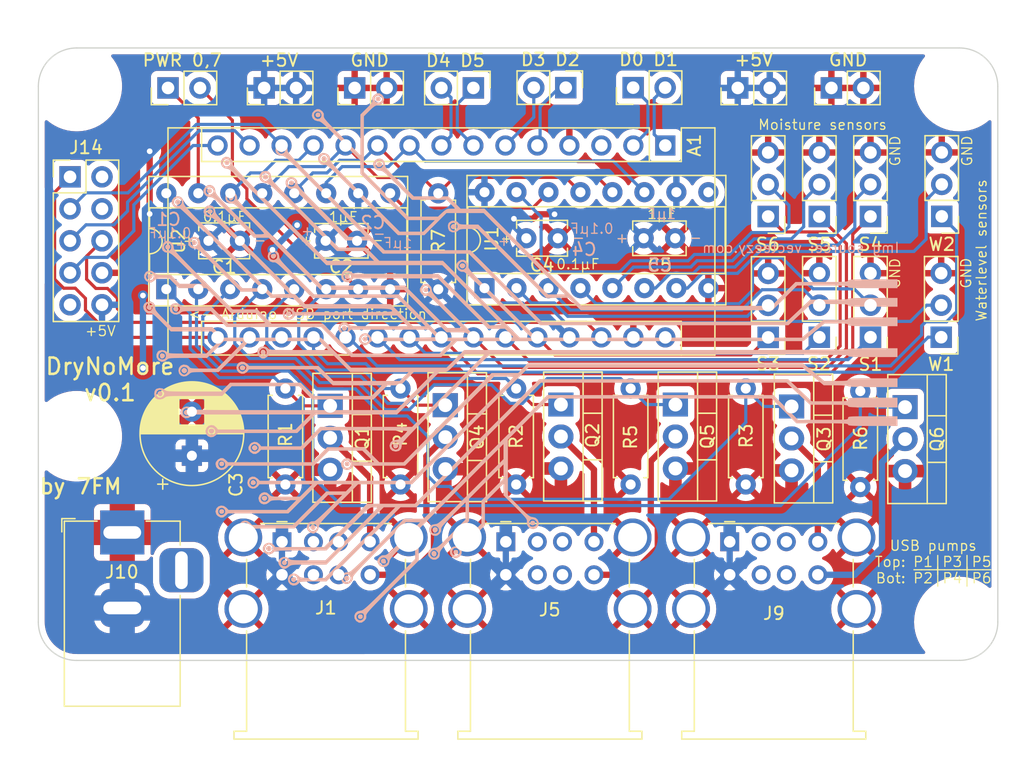
<source format=kicad_pcb>
(kicad_pcb (version 20211014) (generator pcbnew)
  (layers (0 "F.Cu" signal "Front") (31 "B.Cu" signal "Back") (34 "B.Paste" user) (35 "F.Paste" user) (36 "B.SilkS" user "B.Silkscreen") (37 "F.SilkS" user "F.Silkscreen") (38 "B.Mask" user) (39 "F.Mask" user) (44 "Edge.Cuts" user))
  (net 0 "")
  (net 1 "/UNUSED_D_PIN_2")
  (net 2 "/UNUSED_D_PIN_1")
  (net 3 "/ETH_RST")
  (net 4 "GND")
  (net 5 "/UNUSED_D_PIN_3")
  (net 6 "/UNUSED_D_PIN_4")
  (net 7 "/UNUSED_D_PIN_5")
  (net 8 "/UNUSED_D_PIN_6")
  (net 9 "/PWR_CTRL")
  (net 10 "/PWR_CTRL_SHIFT_REG_IN_CLK")
  (net 11 "/PWR_CTRL_SHIFT_REG_UPDATE")
  (net 12 "/PWR_CTRL_SHIFT_REG_OE")
  (net 13 "/ETH_CS")
  (net 14 "/ETH_MOSI")
  (net 15 "/ETH_MISO")
  (net 16 "/ETH_SCLK")
  (net 17 "+3V3")
  (net 19 "/MOIST_SENS_AOUT_1")
  (net 20 "/MOIST_SENS_AOUT_2")
  (net 21 "/MOIST_SENS_AOUT_3")
  (net 22 "/MOIST_SENS_AOUT_4")
  (net 23 "/MOIST_SENS_AOUT_5")
  (net 24 "/MOIST_SENS_AOUT_6")
  (net 25 "/WAT_LVL_SENS_AOUT_1")
  (net 26 "+5V")
  (net 30 "/PUMP_1_PWR")
  (net 33 "/PUMP_2_PWR")
  (net 34 "/MOIST_SENS_PWR_1")
  (net 35 "/MOIST_SENS_PWR_3")
  (net 36 "/MOIST_SENS_PWR_5")
  (net 39 "/PUMP_3_PWR")
  (net 42 "/PUMP_4_PWR")
  (net 43 "/MOIST_SENS_PWR_2")
  (net 44 "/MOIST_SENS_PWR_4")
  (net 45 "/MOIST_SENS_PWR_6")
  (net 48 "/PUMP_5_PWR")
  (net 51 "/PUMP_6_PWR")
  (net 52 "/WAT_LVL_SENS_AOUT_2")
  (net 53 "/ETH_INT")
  (net 54 "/PUMP_1_CTRL")
  (net 55 "/PUMP_3_CTRL")
  (net 56 "/PUMP_5_CTRL")
  (net 57 "/PUMP_2_CTRL")
  (net 58 "/PUMP_4_CTRL")
  (net 59 "/PUMP_6_CTRL")
  (net 61 "Net-(U1-Pad14)")
  (net 62 "/UNUSED_PWR_CTRL_1")
  (net 63 "/WAT_LVL_SENS_PWR_1")
  (net 64 "/WAT_LVL_SENS_PWR_2")
  (net 65 "/UNUSED_PWR_CTRL_2")
  (footprint "Module:Arduino_Nano" (layer "F.Cu") (at 122.946 86.106 -90)
    (fp_text reference "A1")
    (fp_text value "Arduino_Nano_v3.x")
  )
  (footprint "Resistor_THT:R_Axial_DIN0207_L6.3mm_D2.5mm_P7.62mm_Horizontal" (layer "F.Cu") (at 120.1928 113.03 90)
    (fp_text reference "R5")
    (fp_text value "10k")
  )
  (footprint "Package_DIP:DIP-16_W7.62mm_Socket" (layer "F.Cu") (at 108.585 97.4344 90)
    (fp_text reference "U1")
    (fp_text value "74HC595")
  )
  (footprint "Connector_PinHeader_2.54mm:PinHeader_1x03_P2.54mm_Vertical" (layer "F.Cu") (at 131.1148 91.7448 180)
    (fp_text reference "J8" hide)
    (fp_text value "Conn_01x03")
  )
  (footprint "Connector_PinHeader_2.54mm:PinHeader_1x02_P2.54mm_Vertical" (layer "F.Cu") (at 91.084412 81.534 90)
    (fp_text reference "J21" hide)
    (fp_text value "+5V")
  )
  (footprint "Connector_PinHeader_2.54mm:PinHeader_1x03_P2.54mm_Vertical" (layer "F.Cu") (at 144.857857 101.331 180)
    (fp_text reference "J11" hide)
    (fp_text value "Conn_01x03")
  )
  (footprint "Capacitor_THT:C_Rect_L4.0mm_W2.5mm_P2.50mm" (layer "F.Cu") (at 95.964832 93.6752)
    (fp_text reference "C2")
    (fp_text value "1µF")
  )
  (footprint "Connector_PinHeader_2.54mm:PinHeader_1x02_P2.54mm_Vertical" (layer "F.Cu") (at 107.701 81.534 -90)
    (fp_text reference "J17" hide)
    (fp_text value "Conn_01x02")
  )
  (footprint "Resistor_THT:R_Axial_DIN0207_L6.3mm_D2.5mm_P7.62mm_Horizontal" (layer "F.Cu") (at 104.912 97.526 90)
    (fp_text reference "R7")
    (fp_text value "10k")
  )
  (footprint "Connector_PinHeader_2.54mm:PinHeader_1x03_P2.54mm_Vertical" (layer "F.Cu") (at 144.902297 91.736145 180)
    (fp_text reference "J12" hide)
    (fp_text value "Conn_01x03")
  )
  (footprint "Connector_PinHeader_2.54mm:PinHeader_1x02_P2.54mm_Vertical" (layer "F.Cu") (at 115.04 81.51 -90)
    (fp_text reference "J16" hide)
    (fp_text value "Conn_01x02")
  )
  (footprint "Connector_PinHeader_2.54mm:PinHeader_1x02_P2.54mm_Vertical" (layer "F.Cu") (at 98.2726 81.534 90)
    (fp_text reference "J19" hide)
    (fp_text value "GND")
  )
  (footprint "Package_TO_SOT_THT:TO-220-3_Vertical" (layer "F.Cu") (at 132.974 106.8324 -90)
    (fp_text reference "Q3")
    (fp_text value "Q_NMOS_GDSD")
  )
  (footprint "Resistor_THT:R_Axial_DIN0207_L6.3mm_D2.5mm_P7.62mm_Horizontal" (layer "F.Cu") (at 101.915 113.03 90)
    (fp_text reference "R4")
    (fp_text value "10k")
  )
  (footprint "Package_TO_SOT_THT:TO-220-3_Vertical" (layer "F.Cu") (at 123.7488 106.68 -90)
    (fp_text reference "Q5")
    (fp_text value "Q_NMOS_GDSD")
  )
  (footprint "Capacitor_THT:CP_Radial_D8.0mm_P3.50mm" (layer "F.Cu") (at 85.344 110.744 90)
    (fp_text reference "C3")
    (fp_text value "470µF")
  )
  (footprint "Connector_PinHeader_2.54mm:PinHeader_1x03_P2.54mm_Vertical" (layer "F.Cu") (at 139.2428 91.7448 180)
    (fp_text reference "J7" hide)
    (fp_text value "Conn_01x03")
  )
  (footprint "Package_TO_SOT_THT:TO-220-3_Vertical" (layer "F.Cu") (at 96.327 106.7816 -90)
    (fp_text reference "Q1")
    (fp_text value "Q_NMOS_GDSD")
  )
  (footprint "Package_TO_SOT_THT:TO-220-3_Vertical" (layer "F.Cu") (at 141.988255 106.8832 -90)
    (fp_text reference "Q6")
    (fp_text value "Q_NMOS_GDSD")
  )
  (footprint "Connector_USB:USB_A_Wuerth_61400826021_Horizontal_Stacked" (layer "F.Cu") (at 92.4995 117.58)
    (fp_text reference locked "J1")
    (fp_text value "USB_A_Stacked")
  )
  (footprint "MountingHole:MountingHole_3.2mm_M3_DIN965" (layer "F.Cu") (at 76.2 109.1946)
    (fp_text reference "H2")
    (fp_text value "MountingHole")
  )
  (footprint "Package_TO_SOT_THT:TO-220-3_Vertical" (layer "F.Cu") (at 114.6556 106.68 -90)
    (fp_text reference "Q2")
    (fp_text value "Q_NMOS_GDSD")
  )
  (footprint "MountingHole:MountingHole_3.2mm_M3_DIN965" (layer "F.Cu") (at 146.304 81.3816)
    (fp_text reference "H3")
    (fp_text value "MountingHole")
  )
  (footprint "Connector_PinHeader_2.54mm:PinHeader_1x02_P2.54mm_Vertical" (layer "F.Cu") (at 136.137038 81.534 90)
    (fp_text reference "J18" hide)
    (fp_text value "GND")
  )
  (footprint "Capacitor_THT:C_Disc_D3.8mm_W2.6mm_P2.50mm" (layer "F.Cu") (at 89.1594 93.6752 180)
    (fp_text reference "C1")
    (fp_text value "0.1µF")
  )
  (footprint "Connector_PinHeader_2.54mm:PinHeader_1x03_P2.54mm_Vertical" (layer "F.Cu") (at 131.1148 101.346 180)
    (fp_text reference "J3" hide)
    (fp_text value "Conn_01x03")
  )
  (footprint "MountingHole:MountingHole_3.2mm_M3_DIN965" (layer "F.Cu") (at 146.304 123.952)
    (fp_text reference "H4")
    (fp_text value "MountingHole")
  )
  (footprint "Connector_USB:USB_A_Wuerth_61400826021_Horizontal_Stacked" (layer "F.Cu") (at 128.0595 117.58)
    (fp_text reference locked "J9")
    (fp_text value "USB_A_Stacked")
  )
  (footprint "Connector_USB:USB_A_Wuerth_61400826021_Horizontal_Stacked" (layer "F.Cu") (at 110.2795 117.58)
    (fp_text reference locked "J5")
    (fp_text value "USB_A_Stacked")
  )
  (footprint "Connector_BarrelJack:BarrelJack_Horizontal" (layer "F.Cu") (at 79.8145 116.84 90)
    (fp_text reference "J10")
    (fp_text value "Barrel_Jack_MountingPin")
  )
  (footprint "Connector_PinHeader_2.54mm:PinHeader_2x05_P2.54mm_Vertical" (layer "F.Cu") (at 75.6666 88.5952)
    (fp_text reference "J14")
    (fp_text value "ETH_W5500")
  )
  (footprint "Connector_PinHeader_2.54mm:PinHeader_1x02_P2.54mm_Vertical" (layer "F.Cu") (at 83.448643 81.534 90)
    (fp_text reference "J13" hide)
    (fp_text value "Conn_01x02")
  )
  (footprint "MountingHole:MountingHole_3.2mm_M3_DIN965" (layer "F.Cu") (at 76.2 81.3816)
    (fp_text reference "H1")
    (fp_text value "MountingHole")
  )
  (footprint "Resistor_THT:R_Axial_DIN0207_L6.3mm_D2.5mm_P7.62mm_Horizontal" (layer "F.Cu") (at 129.3368 113.03 90)
    (fp_text reference "R3")
    (fp_text value "10k")
  )
  (footprint "Resistor_THT:R_Axial_DIN0207_L6.3mm_D2.5mm_P7.62mm_Horizontal" (layer "F.Cu") (at 92.771 113.03 90)
    (fp_text reference "R1")
    (fp_text value "10k")
  )
  (footprint "Package_DIP:DIP-16_W7.62mm_Socket" (layer "F.Cu") (at 83.312 97.516 90)
    (fp_text reference "U2")
    (fp_text value "74HC595")
  )
  (footprint "Package_TO_SOT_THT:TO-220-3_Vertical" (layer "F.Cu") (at 105.471 106.7308 -90)
    (fp_text reference "Q4")
    (fp_text value "Q_NMOS_GDSD")
  )
  (footprint "Connector_PinHeader_2.54mm:PinHeader_1x03_P2.54mm_Vertical" (layer "F.Cu") (at 135.1788 91.7448 180)
    (fp_text reference "J4" hide)
    (fp_text value "Conn_01x03")
  )
  (footprint "Connector_PinHeader_2.54mm:PinHeader_1x03_P2.54mm_Vertical" (layer "F.Cu") (at 139.2428 101.331 180)
    (fp_text reference "J2" hide)
    (fp_text value "Conn_01x03")
  )
  (footprint "Connector_PinHeader_2.54mm:PinHeader_1x02_P2.54mm_Vertical" (layer "F.Cu") (at 128.7018 81.534 90)
    (fp_text reference "J20" hide)
    (fp_text value "+5V")
  )
  (footprint "Resistor_THT:R_Axial_DIN0207_L6.3mm_D2.5mm_P7.62mm_Horizontal" (layer "F.Cu") (at 138.432255 113.2332 90)
    (fp_text reference "R6")
    (fp_text value "10k")
  )
  (footprint "Capacitor_THT:C_Rect_L4.0mm_W2.5mm_P2.50mm" (layer "F.Cu") (at 121.229201 93.472)
    (fp_text reference "C5")
    (fp_text value "1µF")
  )
  (footprint "Resistor_THT:R_Axial_DIN0207_L6.3mm_D2.5mm_P7.62mm_Horizontal" (layer "F.Cu") (at 111.0996 113.03 90)
    (fp_text reference "R2")
    (fp_text value "10k")
  )
  (footprint "Connector_PinHeader_2.54mm:PinHeader_1x03_P2.54mm_Vertical" (layer "F.Cu") (at 135.1788 101.331 180)
    (fp_text reference "J6" hide)
    (fp_text value "Conn_01x03")
  )
  (footprint "Capacitor_THT:C_Disc_D3.8mm_W2.6mm_P2.50mm" (layer "F.Cu") (at 114.407 93.472 180)
    (fp_text reference "C4")
    (fp_text value "0.1µF")
  )
  (footprint "Connector_PinHeader_2.54mm:PinHeader_1x02_P2.54mm_Vertical" (layer "F.Cu") (at 120.391 81.51 90)
    (fp_text reference "J15" hide)
    (fp_text value "Conn_01x02")
  )
  (footprint "icon:icon" (layer "B.Cu") (at 111.427084 102.979658 -90)
    (fp_text reference "G***" hide)
    (fp_text value "LOGO" hide)
  )
  (gr_line locked (start 149.352 81.407) (end 149.355739 123.952) (layer "Edge.Cuts") (width 0.1))
  (gr_arc locked (start 146.304 78.359) (mid 148.459261 79.251739) (end 149.352 81.407) (layer "Edge.Cuts") (width 0.1))
  (gr_arc locked (start 76.196261 127.003739) (mid 74.041 126.111) (end 73.148261 123.955739) (layer "Edge.Cuts") (width 0.1))
  (gr_line locked (start 73.148261 123.955739) (end 73.152 81.407) (layer "Edge.Cuts") (width 0.1))
  (gr_arc locked (start 73.152 81.407) (mid 74.044739 79.251739) (end 76.2 78.359) (layer "Edge.Cuts") (width 0.1))
  (gr_line locked (start 146.307739 127) (end 76.196261 127.003739) (layer "Edge.Cuts") (width 0.1))
  (gr_line locked (start 76.2 78.359) (end 146.304 78.359) (layer "Edge.Cuts") (width 0.1))
  (gr_arc locked (start 149.355739 123.952) (mid 148.463 126.107261) (end 146.307739 127) (layer "Edge.Cuts") (width 0.1))
  (gr_text "0.1µF" (at 117.1194 92.71) (layer "B.SilkS") (effects (font (size 0.8 0.8) (thickness 0.1)) (justify mirror)))
  (gr_text "1µF" (at 101.7016 93.853) (layer "B.SilkS") (effects (font (size 0.8 0.8) (thickness 0.1)) (justify mirror)))
  (gr_text "+" (at 119.507 93.4466) (layer "B.SilkS") (effects (font (size 0.8 0.8) (thickness 0.1))))
  (gr_text "C2" (at 99.7204 92.2274) (layer "B.SilkS") (effects (font (size 1 1)) (justify mirror)))
  (gr_text "-" (at 125.349 93.4212) (layer "B.SilkS") (effects (font (size 0.8 0.8) (thickness 0.1))))
  (gr_text "C4" (at 116.5098 94.361) (layer "B.SilkS") (effects (font (size 1 1)) (justify mirror)))
  (gr_text "-" (at 100.2284 93.091) (layer "B.SilkS") (effects (font (size 0.8 0.8) (thickness 0.1))))
  (gr_text "C5" (at 122.5042 95.6056) (layer "B.SilkS") (effects (font (size 1 1)) (justify mirror)))
  (gr_text "+" (at 94.5134 92.8878) (layer "B.SilkS") (effects (font (size 0.8 0.8) (thickness 0.1))))
  (gr_text "-" (at 90.7542 93.6244) (layer "B.SilkS") (effects (font (size 0.8 0.8) (thickness 0.1))))
  (gr_text "C1" (at 83.4898 91.9734) (layer "B.SilkS") (effects (font (size 1 1)) (justify mirror)))
  (gr_text "-" (at 116.0526 93.4212) (layer "B.SilkS") (effects (font (size 0.8 0.8) (thickness 0.1))))
  (gr_text "Img source: vecteezy.com" (at 133.7056 94.234) (layer "B.SilkS") (effects (font (size 0.8 0.8) (thickness 0.1)) (justify mirror)))
  (gr_text "+" (at 110.1344 93.6752) (layer "B.SilkS") (effects (font (size 0.8 0.8) (thickness 0.1))))
  (gr_text "1µF" (at 122.6566 91.5416) (layer "B.SilkS") (effects (font (size 0.8 0.8) (thickness 0.1)) (justify mirror)))
  (gr_text "+" (at 84.5058 93.9546) (layer "B.SilkS") (effects (font (size 0.8 0.8) (thickness 0.1))))
  (gr_text "0.1µF" (at 83.5914 93.0656) (layer "B.SilkS") (effects (font (size 0.8 0.8) (thickness 0.1)) (justify mirror)))
  (gr_text "-" (at 90.7542 93.6244) (layer "F.SilkS") (effects (font (size 0.8 0.8) (thickness 0.1))))
  (gr_text "_" (at 146.47 119.87 90) (layer "F.SilkS") (effects (font (size 0.8 0.8) (thickness 0.1))))
  (gr_text "S6" (at 131.0894 93.9546) (layer "F.SilkS") (effects (font (size 1 1))))
  (gr_text "D3 D2" (at 113.8174 79.2734) (layer "F.SilkS") (effects (font (size 1 1))))
  (gr_text "<- Arduino USB port direction" (at 94.5388 99.4918) (layer "F.SilkS") (effects (font (size 0.8 0.8) (thickness 0.1))))
  (gr_text "D0 D1" (at 121.6152 79.2734) (layer "F.SilkS") (effects (font (size 1 1))))
  (gr_text "W2" (at 144.907 93.9546) (layer "F.SilkS") (effects (font (size 1 1))))
  (gr_text "GND" (at 99.4664 79.3242) (layer "F.SilkS") (effects (font (size 1 1))))
  (gr_text "1µF" (at 97.3582 91.7956) (layer "F.SilkS") (effects (font (size 0.8 0.8) (thickness 0.1))))
  (gr_text "__________" (at 145.74 119.36) (layer "F.SilkS") (effects (font (size 0.8 0.8) (thickness 0.1))))
  (gr_text "S5" (at 135.1788 93.9546) (layer "F.SilkS") (effects (font (size 1 1))))
  (gr_text "+" (at 85.1154 93.6498) (layer "F.SilkS") (effects (font (size 0.8 0.8) (thickness 0.1))))
  (gr_text "GND\n" (at 141.1986 86.5378 90) (layer "F.SilkS") (effects (font (size 0.8 0.8) (thickness 0.1))))
  (gr_text "+" (at 110.3376 93.472) (layer "F.SilkS") (effects (font (size 0.8 0.8) (thickness 0.1))))
  (gr_text "1µF" (at 122.6566 91.5416) (layer "F.SilkS") (effects (font (size 0.8 0.8) (thickness 0.1))))
  (gr_text "Waterlevel sensors" (at 148.0566 94.4372 90) (layer "F.SilkS") (effects (font (size 0.8 0.8) (thickness 0.1))))
  (gr_text "S4" (at 139.2428 93.9546) (layer "F.SilkS") (effects (font (size 1 1))))
  (gr_text "PWR 0,7" (at 84.582 79.3242) (layer "F.SilkS") (effects (font (size 1 1))))
  (gr_text "DryNoMore\nv0.1" (at 78.8416 104.6988) (layer "F.SilkS") (effects (font (size 1.3 1.3) (thickness 0.2))))
  (gr_text "-" (at 125.349 93.4212) (layer "F.SilkS") (effects (font (size 0.8 0.8) (thickness 0.1))))
  (gr_text "+5V" (at 78.0796 100.838) (layer "F.SilkS") (effects (font (size 0.8 0.8) (thickness 0.1))))
  (gr_text "0.1µF" (at 87.9348 91.7702) (layer "F.SilkS") (effects (font (size 0.8 0.8) (thickness 0.1))))
  (gr_text "W1" (at 144.8562 103.4796) (layer "F.SilkS") (effects (font (size 1 1))))
  (gr_text "GND\n" (at 146.9136 86.5378 90) (layer "F.SilkS") (effects (font (size 0.8 0.8) (thickness 0.1))))
  (gr_text "+" (at 119.507 93.4466) (layer "F.SilkS") (effects (font (size 0.8 0.8) (thickness 0.1))))
  (gr_text "Moisture sensors" (at 135.4328 84.455) (layer "F.SilkS") (effects (font (size 0.8 0.8) (thickness 0.1))))
  (gr_text "GND\n" (at 146.8374 96.241737 90) (layer "F.SilkS") (effects (font (size 0.8 0.8) (thickness 0.1))))
  (gr_text "-" (at 116.0526 93.4212) (layer "F.SilkS") (effects (font (size 0.8 0.8) (thickness 0.1))))
  (gr_text "USB pumps\nTop: P1|P3|P5\n " (at 144.2212 119.1768) (layer "F.SilkS") (effects (font (size 0.8 0.8) (thickness 0.1))))
  (gr_text "S1" (at 139.2428 103.4796) (layer "F.SilkS") (effects (font (size 1 1))))
  (gr_text "0.1µF" (at 116.0018 95.5294) (layer "F.SilkS") (effects (font (size 0.8 0.8) (thickness 0.1))))
  (gr_text "S2" (at 135.1534 103.4542) (layer "F.SilkS") (effects (font (size 1 1))))
  (gr_text "-" (at 100.076 93.599) (layer "F.SilkS") (effects (font (size 0.8 0.8) (thickness 0.1))))
  (gr_text "_" (at 145.02 119.89 270) (layer "F.SilkS") (effects (font (size 0.8 0.8) (thickness 0.1))))
  (gr_text "Bot: P2|P4|P6" (at 144.26 120.4722) (layer "F.SilkS") (effects (font (size 0.8 0.8) (thickness 0.1))))
  (gr_text "+" (at 94.4372 93.6244) (layer "F.SilkS") (effects (font (size 0.8 0.8) (thickness 0.1))))
  (gr_text "S3" (at 131.1148 103.4542) (layer "F.SilkS") (effects (font (size 1 1))))
  (gr_text "GND" (at 137.4648 79.2988) (layer "F.SilkS") (effects (font (size 1 1))))
  (gr_text "+5V" (at 92.274885 79.3242) (layer "F.SilkS") (effects (font (size 1 1))))
  (gr_text "by 7FM	" (at 77.942437 113.1824) (layer "F.SilkS") (effects (font (size 1.2 1.2) (thickness 0.2))))
  (gr_text "D4 D5" (at 106.2736 79.3496) (layer "F.SilkS") (effects (font (size 1 1))))
  (gr_text "GND\n" (at 141.189572 96.266 90) (layer "F.SilkS") (effects (font (size 0.8 0.8) (thickness 0.1))))
  (gr_text "+5V" (at 129.9718 79.2988) (layer "F.SilkS") (effects (font (size 1 1))))
  (segment (start 122.0644 82.3766) (end 122.0644 85.2244) (width 0.25) (layer "B.Cu") (net 1))
  (segment (start 122.931 81.51) (end 122.0644 82.3766) (width 0.25) (layer "B.Cu") (net 1))
  (segment (start 122.0644 85.2244) (end 122.946 86.106) (width 0.25) (layer "B.Cu") (net 1))
  (segment (start 120.406 86.106) (end 121.5644 84.9476) (width 0.25) (layer "B.Cu") (net 2))
  (segment (start 121.5644 82.6834) (end 120.391 81.51) (width 0.25) (layer "B.Cu") (net 2))
  (segment (start 121.5644 84.9476) (end 121.5644 82.6834) (width 0.25) (layer "B.Cu") (net 2))
  (segment (start 76.9816 94.9002) (end 78.2066 93.6752) (width 0.25) (layer "F.Cu") (net 3))
  (segment (start 76.9816 96.722612) (end 76.9816 94.9002) (width 0.25) (layer "F.Cu") (net 3))
  (segment (start 80.518 100.1522) (end 79.4316 99.0658) (width 0.25) (layer "F.Cu") (net 3))
  (segment (start 117.866 101.346) (end 116.6722 100.1522) (width 0.25) (layer "F.Cu") (net 3))
  (segment (start 79.4316 98.247788) (end 78.643612 97.4598) (width 0.25) (layer "F.Cu") (net 3))
  (segment (start 78.643612 97.4598) (end 77.718788 97.4598) (width 0.25) (layer "F.Cu") (net 3))
  (segment (start 116.6722 100.1522) (end 80.518 100.1522) (width 0.25) (layer "F.Cu") (net 3))
  (segment (start 79.4316 99.0658) (end 79.4316 98.247788) (width 0.25) (layer "F.Cu") (net 3))
  (segment (start 77.718788 97.4598) (end 76.9816 96.722612) (width 0.25) (layer "F.Cu") (net 3))
  (via (at 91.7448 94.3864) (size 0.8) (drill 0.45) (layers "F.Cu" "B.Cu") (net 4))
  (via (at 81.4578 103.7844) (size 0.8) (drill 0.45) (layers "F.Cu" "B.Cu") (net 4))
  (via (at 81.4578 98.0186) (size 0.8) (drill 0.45) (layers "F.Cu" "B.Cu") (net 4))
  (via (at 93.7006 92.4306) (size 0.8) (drill 0.45) (layers "F.Cu" "B.Cu") (net 4))
  (segment (start 93.7006 92.4306) (end 91.7448 94.3864) (width 0.5) (layer "B.Cu") (net 4))
  (segment (start 81.4578 98.0186) (end 81.4578 103.7844) (width 0.5) (layer "B.Cu") (net 4))
  (segment (start 112.786 86.106) (end 113 85.892) (width 0.25) (layer "B.Cu") (net 5))
  (segment (start 113 83.0326) (end 114.5226 81.51) (width 0.25) (layer "B.Cu") (net 5))
  (segment (start 114.5226 81.51) (end 115.04 81.51) (width 0.25) (layer "B.Cu") (net 5))
  (segment (start 113 85.892) (end 113 83.0326) (width 0.25) (layer "B.Cu") (net 5))
  (segment (start 112.5 83.852) (end 112.5 81.51) (width 0.25) (layer "B.Cu") (net 6))
  (segment (start 110.246 86.106) (end 112.5 83.852) (width 0.25) (layer "B.Cu") (net 6))
  (segment (start 106.426 84.826) (end 107.706 86.106) (width 0.25) (layer "B.Cu") (net 7))
  (segment (start 107.701 81.534) (end 106.426 82.809) (width 0.25) (layer "B.Cu") (net 7))
  (segment (start 106.426 82.809) (end 106.426 84.826) (width 0.25) (layer "B.Cu") (net 7))
  (segment (start 105.926 82.299) (end 105.161 81.534) (width 0.25) (layer "B.Cu") (net 8))
  (segment (start 105.166 86.106) (end 105.926 85.346) (width 0.25) (layer "B.Cu") (net 8))
  (segment (start 105.926 85.346) (end 105.926 82.299) (width 0.25) (layer "B.Cu") (net 8))
  (segment (start 91.998106 87.281) (end 93.831 87.281) (width 0.25) (layer "B.Cu") (net 9))
  (segment (start 88.392 89.896) (end 90.007 88.281) (width 0.25) (layer "B.Cu") (net 9))
  (segment (start 90.007 88.281) (end 90.998106 88.281) (width 0.25) (layer "B.Cu") (net 9))
  (segment (start 93.831 87.281) (end 95.006 86.106) (width 0.25) (layer "B.Cu") (net 9))
  (segment (start 90.998106 88.281) (end 91.998106 87.281) (width 0.25) (layer "B.Cu") (net 9))
  (segment (start 96.012 89.896) (end 96.012 89.054213) (width 0.25) (layer "B.Cu") (net 10))
  (segment (start 117.2464 87.3506) (end 117.2718 87.3252) (width 0.25) (layer "B.Cu") (net 10))
  (segment (start 117.2718 87.3252) (end 118.7958 87.3252) (width 0.25) (layer "B.Cu") (net 10))
  (segment (start 103.8706 87.3506) (end 117.2464 87.3506) (width 0.25) (layer "B.Cu") (net 10))
  (segment (start 100.951 87.781) (end 102.626 86.106) (width 0.25) (layer "B.Cu") (net 10))
  (segment (start 96.012 89.054213) (end 97.285212 87.781) (width 0.25) (layer "B.Cu") (net 10))
  (segment (start 102.626 86.106) (end 103.8706 87.3506) (width 0.25) (layer "B.Cu") (net 10))
  (segment (start 97.285212 87.781) (end 100.951 87.781) (width 0.25) (layer "B.Cu") (net 10))
  (segment (start 118.7958 87.3252) (end 121.285 89.8144) (width 0.25) (layer "B.Cu") (net 10))
  (segment (start 100.086 86.106) (end 102.129699 88.149699) (width 0.25) (layer "F.Cu") (net 11))
  (segment (start 117.07 88.1394) (end 118.745 89.8144) (width 0.25) (layer "F.Cu") (net 11))
  (segment (start 104.913699 88.149699) (end 104.923998 88.1394) (width 0.25) (layer "F.Cu") (net 11))
  (segment (start 102.129699 88.149699) (end 104.913699 88.149699) (width 0.25) (layer "F.Cu") (net 11))
  (segment (start 104.923998 88.1394) (end 117.07 88.1394) (width 0.25) (layer "F.Cu") (net 11))
  (segment (start 93.472 89.896) (end 93.472 89.7636) (width 0.25) (layer "B.Cu") (net 11))
  (segment (start 97.078106 87.281) (end 98.911 87.281) (width 0.25) (layer "B.Cu") (net 11))
  (segment locked (start 93.756 89.896) (end 93.472 89.896) (width 0.25) (layer "B.Cu") (net 11))
  (segment (start 96.078106 88.281) (end 97.078106 87.281) (width 0.25) (layer "B.Cu") (net 11))
  (segment (start 94.9546 88.281) (end 96.078106 88.281) (width 0.25) (layer "B.Cu") (net 11))
  (segment (start 98.911 87.281) (end 100.086 86.106) (width 0.25) (layer "B.Cu") (net 11))
  (segment (start 93.472 89.7636) (end 94.9546 88.281) (width 0.25) (layer "B.Cu") (net 11))
  (segment (start 115.03 88.6394) (end 116.205 89.8144) (width 0.25) (layer "F.Cu") (net 12))
  (segment (start 97.546 86.106) (end 100.089699 88.649699) (width 0.25) (layer "F.Cu") (net 12))
  (segment (start 104.912 89.906) (end 106.1786 88.6394) (width 0.25) (layer "F.Cu") (net 12))
  (segment (start 103.655699 88.649699) (end 104.912 89.906) (width 0.25) (layer "F.Cu") (net 12))
  (segment (start 106.1786 88.6394) (end 115.03 88.6394) (width 0.25) (layer "F.Cu") (net 12))
  (segment (start 100.089699 88.649699) (end 103.655699 88.649699) (width 0.25) (layer "F.Cu") (net 12))
  (segment (start 97.262 86.106) (end 97.546 86.106) (width 0.25) (layer "F.Cu") (net 12))
  (segment (start 93.047 87.781) (end 90.932 89.896) (width 0.25) (layer "B.Cu") (net 12))
  (segment (start 95.871 87.781) (end 97.546 86.106) (width 0.25) (layer "B.Cu") (net 12))
  (segment locked (start 91.216 89.896) (end 90.932 89.896) (width 0.25) (layer "B.Cu") (net 12))
  (segment (start 93.047 87.781) (end 95.871 87.781) (width 0.25) (layer "B.Cu") (net 12))
  (segment (start 90.791 84.431) (end 85.701086 84.431) (width 0.25) (layer "B.Cu") (net 13))
  (segment (start 76.9366 89.8652) (end 75.6666 91.1352) (width 0.25) (layer "B.Cu") (net 13))
  (segment (start 85.701086 84.431) (end 80.266886 89.8652) (width 0.25) (layer "B.Cu") (net 13))
  (segment (start 80.266886 89.8652) (end 76.9366 89.8652) (width 0.25) (layer "B.Cu") (net 13))
  (segment (start 92.466 86.106) (end 90.791 84.431) (width 0.25) (layer "B.Cu") (net 13))
  (segment (start 80.2336 90.605593) (end 85.908192 84.931) (width 0.25) (layer "B.Cu") (net 14))
  (segment (start 80.2336 91.312699) (end 80.2336 90.605593) (width 0.25) (layer "B.Cu") (net 14))
  (segment (start 75.6666 93.6752) (end 76.9366 92.4052) (width 0.25) (layer "B.Cu") (net 14))
  (segment (start 79.141099 92.4052) (end 80.2336 91.312699) (width 0.25) (layer "B.Cu") (net 14))
  (segment (start 76.9366 92.4052) (end 79.141099 92.4052) (width 0.25) (layer "B.Cu") (net 14))
  (segment (start 85.908192 84.931) (end 88.751 84.931) (width 0.25) (layer "B.Cu") (net 14))
  (segment (start 88.751 84.931) (end 89.926 86.106) (width 0.25) (layer "B.Cu") (net 14))
  (segment (start 80.7466 92.867612) (end 80.7336 92.854612) (width 0.25) (layer "B.Cu") (net 15))
  (segment (start 78.624012 94.9902) (end 76.8916 94.9902) (width 0.25) (layer "B.Cu") (net 15))
  (segment (start 85.440299 86.106) (end 80.7336 90.812699) (width 0.25) (layer "B.Cu") (net 15))
  (segment (start 76.8916 94.9902) (end 75.6666 96.2152) (width 0.25) (layer "B.Cu") (net 15))
  (segment (start 80.7466 92.867612) (end 78.624012 94.9902) (width 0.25) (layer "B.Cu") (net 15))
  (segment (start 80.7336 92.854612) (end 80.7336 90.812699) (width 0.25) (layer "B.Cu") (net 15))
  (segment (start 87.386 86.106) (end 85.440299 86.106) (width 0.25) (layer "B.Cu") (net 15))
  (segment (start 75.159188 97.4402) (end 74.4416 96.722612) (width 0.25) (layer "F.Cu") (net 16))
  (segment (start 74.4416 96.722612) (end 74.4416 89.8202) (width 0.25) (layer "F.Cu") (net 16))
  (segment (start 74.4416 89.8202) (end 75.6666 88.5952) (width 0.25) (layer "F.Cu") (net 16))
  (segment (start 76.8916 99.172612) (end 76.8916 98.247788) (width 0.25) (layer "F.Cu") (net 16))
  (segment (start 76.8916 98.247788) (end 76.084012 97.4402) (width 0.25) (layer "F.Cu") (net 16))
  (segment (start 79.064988 101.346) (end 76.8916 99.172612) (width 0.25) (layer "F.Cu") (net 16))
  (segment (start 76.084012 97.4402) (end 75.159188 97.4402) (width 0.25) (layer "F.Cu") (net 16))
  (segment (start 87.386 101.346) (end 79.064988 101.346) (width 0.25) (layer "F.Cu") (net 16))
  (segment (start 137.463799 103.110001) (end 139.2428 101.331) (width 0.25) (layer "B.Cu") (net 19))
  (segment (start 101.850001 103.110001) (end 137.463799 103.110001) (width 0.25) (layer "B.Cu") (net 19))
  (segment (start 100.086 101.346) (end 101.850001 103.110001) (width 0.25) (layer "B.Cu") (net 19))
  (segment (start 102.626 101.346) (end 103.890001 102.610001) (width 0.25) (layer "B.Cu") (net 20))
  (segment (start 133.899799 102.610001) (end 135.1788 101.331) (width 0.25) (layer "B.Cu") (net 20))
  (segment (start 103.890001 102.610001) (end 133.899799 102.610001) (width 0.25) (layer "B.Cu") (net 20))
  (segment (start 114.175 102.735) (end 129.7258 102.735) (width 0.25) (layer "F.Cu") (net 21))
  (segment (start 112.786 101.346) (end 114.175 102.735) (width 0.25) (layer "F.Cu") (net 21))
  (segment (start 129.7258 102.735) (end 131.1148 101.346) (width 0.25) (layer "F.Cu") (net 21))
  (segment (start 137.832178 93.155422) (end 139.2428 91.7448) (width 0.25) (layer "F.Cu") (net 22))
  (segment (start 137.832178 102.451822) (end 137.832178 93.155422) (width 0.25) (layer "F.Cu") (net 22))
  (segment (start 136.0358 104.235) (end 136.0424 104.2416) (width 0.25) (layer "F.Cu") (net 22))
  (segment (start 108.055 104.235) (end 136.0358 104.235) (width 0.25) (layer "F.Cu") (net 22))
  (segment (start 105.166 101.346) (end 108.055 104.235) (width 0.25) (layer "F.Cu") (net 22))
  (segment (start 136.0424 104.2416) (end 137.832178 102.451822) (width 0.25) (layer "F.Cu") (net 22))
  (segment (start 110.095 103.735) (end 135.841894 103.735) (width 0.25) (layer "F.Cu") (net 23))
  (segment (start 137.332178 102.244716) (end 137.332178 93.898178) (width 0.25) (layer "F.Cu") (net 23))
  (segment (start 137.332178 93.898178) (end 135.1788 91.7448) (width 0.25) (layer "F.Cu") (net 23))
  (segment (start 107.706 101.346) (end 110.095 103.735) (width 0.25) (layer "F.Cu") (net 23))
  (segment (start 135.841894 103.735) (end 137.332178 102.244716) (width 0.25) (layer "F.Cu") (net 23))
  (segment (start 132.3398 92.9698) (end 131.1148 91.7448) (width 0.25) (layer "F.Cu") (net 24))
  (segment (start 136.832178 102.029422) (end 136.832178 94.105284) (width 0.25) (layer "F.Cu") (net 24))
  (segment (start 112.135 103.235) (end 135.6266 103.235) (width 0.25) (layer "F.Cu") (net 24))
  (segment (start 136.832178 94.105284) (end 135.696694 92.9698) (width 0.25) (layer "F.Cu") (net 24))
  (segment (start 110.246 101.346) (end 112.135 103.235) (width 0.25) (layer "F.Cu") (net 24))
  (segment (start 135.6266 103.235) (end 136.832178 102.029422) (width 0.25) (layer "F.Cu") (net 24))
  (segment (start 135.696694 92.9698) (end 132.3398 92.9698) (width 0.25) (layer "F.Cu") (net 24))
  (segment (start 96.117506 103.4368) (end 99.165506 103.4368) (width 0.25) (layer "B.Cu") (net 25))
  (segment (start 143.820602 101.331) (end 144.857857 101.331) (width 0.25) (layer "B.Cu") (net 25))
  (segment (start 99.165506 103.4368) (end 99.838707 104.110001) (width 0.25) (layer "B.Cu") (net 25))
  (segment (start 141.041601 104.110001) (end 143.820602 101.331) (width 0.25) (layer "B.Cu") (net 25))
  (segment (start 99.838707 104.110001) (end 141.041601 104.110001) (width 0.25) (layer "B.Cu") (net 25))
  (segment (start 95.006 102.325294) (end 96.117506 103.4368) (width 0.25) (layer "B.Cu") (net 25))
  (segment (start 95.006 101.346) (end 95.006 102.325294) (width 0.25) (layer "B.Cu") (net 25))
  (segment (start 112.796284 91.567) (end 112.440684 91.9226) (width 0.5) (layer "F.Cu") (net 26))
  (segment (start 114.1476 91.567) (end 112.796284 91.567) (width 0.5) (layer "F.Cu") (net 26))
  (segment (start 112.440684 91.9226) (end 110.9218 91.9226) (width 0.5) (layer "F.Cu") (net 26))
  (segment (start 81.9912 91.5416) (end 81.9912 86.7156) (width 0.5) (layer "F.Cu") (net 26))
  (via (at 114.1476 91.567) (size 0.8) (drill 0.45) (layers "F.Cu" "B.Cu") (net 26))
  (via (at 81.9912 86.5632) (size 0.8) (drill 0.45) (layers "F.Cu" "B.Cu") (net 26))
  (via (at 81.9912 91.5416) (size 0.8) (drill 0.45) (layers "F.Cu" "B.Cu") (net 26))
  (via (at 110.9218 91.9226) (size 0.8) (drill 0.45) (layers "F.Cu" "B.Cu") (net 26))
  (segment (start 108.6104 99.7458) (end 108.1278 99.2632) (width 0.5) (layer "B.Cu") (net 26))
  (segment (start 128.0595 120.2) (end 128.0595 117.58) (width 0.5) (layer "B.Cu") (net 26))
  (segment (start 92.4995 120.2) (end 92.4995 117.58) (width 0.5) (layer "B.Cu") (net 26))
  (segment (start 115.326 101.346) (end 115.278503 101.346) (width 0.5) (layer "B.Cu") (net 26))
  (segment (start 115.278503 101.346) (end 113.678303 99.7458) (width 0.5) (layer "B.Cu") (net 26))
  (segment (start 113.678303 99.7458) (end 108.6104 99.7458) (width 0.5) (layer "B.Cu") (net 26))
  (segment (start 108.1278 99.2632) (end 106.6492 99.2632) (width 0.5) (layer "B.Cu") (net 26))
  (segment (start 110.2795 120.2) (end 110.2795 117.58) (width 0.5) (layer "B.Cu") (net 26))
  (segment (start 106.6492 99.2632) (end 104.912 97.526) (width 0.5) (layer "B.Cu") (net 26))
  (segment (start 99.4995 112.4941) (end 99.4995 117.58) (width 0.5) (layer "F.Cu") (net 30))
  (segment (start 96.327 109.3216) (end 99.4995 112.4941) (width 0.5) (layer "F.Cu") (net 30))
  (segment (start 103.971 110.7708) (end 105.471 109.2708) (width 0.5) (layer "F.Cu") (net 33))
  (segment (start 104.5695 118.2901) (end 102.6596 120.2) (width 0.5) (layer "F.Cu") (net 33))
  (segment (start 103.971 115.559999) (end 104.5695 116.158499) (width 0.5) (layer "F.Cu") (net 33))
  (segment (start 102.6596 120.2) (end 99.4995 120.2) (width 0.5) (layer "F.Cu") (net 33))
  (segment (start 103.971 115.559999) (end 103.971 110.7708) (width 0.5) (layer "F.Cu") (net 33))
  (segment (start 104.5695 116.158499) (end 104.5695 118.2901) (width 0.5) (layer "F.Cu") (net 33))
  (segment (start 117.4416 98.671) (end 128.810282 98.671) (width 0.25) (layer "B.Cu") (net 34))
  (segment (start 130.626988 95.0214) (end 132.216788 95.0214) (width 0.25) (layer "B.Cu") (net 34))
  (segment (start 129.8702 97.611082) (end 129.8702 95.778188) (width 0.25) (layer "B.Cu") (net 34))
  (segment (start 132.216788 95.0214) (end 134.680588 97.4852) (width 0.25) (layer "B.Cu") (net 34))
  (segment (start 129.8702 95.778188) (end 130.626988 95.0214) (width 0.25) (layer "B.Cu") (net 34))
  (segment locked (start 116.205 97.4344) (end 117.4416 98.671) (width 0.25) (layer "B.Cu") (net 34))
  (segment (start 137.937 97.4852) (end 139.2428 98.791) (width 0.25) (layer "B.Cu") (net 34))
  (segment (start 128.810282 98.671) (end 129.8702 97.611082) (width 0.25) (layer "B.Cu") (net 34))
  (segment (start 134.680588 97.4852) (end 137.937 97.4852) (width 0.25) (layer "B.Cu") (net 34))
  (segment (start 115.194493 99.671) (end 114.132894 98.6094) (width 0.25) (layer "B.Cu") (net 35))
  (segment (start 112.3 98.6094) (end 111.125 97.4344) (width 0.25) (layer "B.Cu") (net 35))
  (segment (start 131.1148 98.806) (end 130.3288 98.806) (width 0.25) (layer "B.Cu") (net 35))
  (segment (start 130.3288 98.806) (end 129.4638 99.671) (width 0.25) (layer "B.Cu") (net 35))
  (segment (start 129.4638 99.671) (end 115.194493 99.671) (width 0.25) (layer "B.Cu") (net 35))
  (segment (start 114.132894 98.6094) (end 112.3 98.6094) (width 0.25) (layer "B.Cu") (net 35))
  (segment (start 120.42 95.7594) (end 124.964085 95.7594) (width 0.25) (layer "B.Cu") (net 36))
  (segment (start 125.464086 95.2594) (end 128.267669 95.2594) (width 0.25) (layer "B.Cu") (net 36))
  (segment (start 133.9342 92.5562) (end 133.9342 90.4494) (width 0.25) (layer "B.Cu") (net 36))
  (segment (start 128.267669 95.2594) (end 130.005669 93.5214) (width 0.25) (layer "B.Cu") (net 36))
  (segment (start 130.005669 93.5214) (end 132.969 93.5214) (width 0.25) (layer "B.Cu") (net 36))
  (segment (start 124.964085 95.7594) (end 125.464086 95.2594) (width 0.25) (layer "B.Cu") (net 36))
  (segment (start 118.745 97.4344) (end 120.42 95.7594) (width 0.25) (layer "B.Cu") (net 36))
  (segment (start 133.9342 90.4494) (end 135.1788 89.2048) (width 0.25) (layer "B.Cu") (net 36))
  (segment (start 132.969 93.5214) (end 133.9342 92.5562) (width 0.25) (layer "B.Cu") (net 36))
  (segment (start 114.6556 109.22) (end 117.2795 111.8439) (width 0.5) (layer "F.Cu") (net 39))
  (segment (start 117.2795 111.8439) (end 117.2795 117.58) (width 0.5) (layer "F.Cu") (net 39))
  (segment (start 122.3495 116.3551) (end 122.3495 118.058428) (width 0.5) (layer "F.Cu") (net 42))
  (segment (start 120.207928 120.2) (end 117.2795 120.2) (width 0.5) (layer "F.Cu") (net 42))
  (segment (start 121.792382 115.797982) (end 122.3495 116.3551) (width 0.5) (layer "F.Cu") (net 42))
  (segment (start 123.7488 109.22) (end 121.792382 111.176418) (width 0.5) (layer "F.Cu") (net 42))
  (segment (start 122.3495 118.058428) (end 120.207928 120.2) (width 0.5) (layer "F.Cu") (net 42))
  (segment (start 121.792382 111.176418) (end 121.792382 115.797982) (width 0.5) (layer "F.Cu") (net 42))
  (segment (start 129.017388 99.171) (end 130.626988 97.5614) (width 0.25) (layer "B.Cu") (net 43))
  (segment (start 115.4016 99.171) (end 129.017388 99.171) (width 0.25) (layer "B.Cu") (net 43))
  (segment (start 133.9492 97.5614) (end 135.1788 98.791) (width 0.25) (layer "B.Cu") (net 43))
  (segment locked (start 113.665 97.4344) (end 115.4016 99.171) (width 0.25) (layer "B.Cu") (net 43))
  (segment (start 130.626988 97.5614) (end 133.9492 97.5614) (width 0.25) (layer "B.Cu") (net 43))
  (segment locked (start 128.474775 95.7594) (end 130.212775 94.0214) (width 0.25) (layer "B.Cu") (net 44))
  (segment locked (start 123.338299 96.2594) (end 125.171192 96.2594) (width 0.25) (layer "B.Cu") (net 44))
  (segment (start 137.9982 92.6498) (end 137.9982 90.4494) (width 0.25) (layer "B.Cu") (net 44))
  (segment (start 130.212775 94.0214) (end 136.6266 94.0214) (width 0.25) (layer "B.Cu") (net 44))
  (segment locked (start 122.163299 97.4344) (end 123.338299 96.2594) (width 0.25) (layer "B.Cu") (net 44))
  (segment (start 136.6266 94.0214) (end 137.9982 92.6498) (width 0.25) (layer "B.Cu") (net 44))
  (segment locked (start 121.285 97.4344) (end 122.163299 97.4344) (width 0.25) (layer "B.Cu") (net 44))
  (segment locked (start 125.171192 96.2594) (end 125.671193 95.7594) (width 0.25) (layer "B.Cu") (net 44))
  (segment (start 137.9982 90.4494) (end 139.2428 89.2048) (width 0.25) (layer "B.Cu") (net 44))
  (segment locked (start 125.671193 95.7594) (end 128.474775 95.7594) (width 0.25) (layer "B.Cu") (net 44))
  (segment (start 113.97201 96.139) (end 119.333294 96.139) (width 0.25) (layer "B.Cu") (net 45))
  (segment (start 128.060563 94.7594) (end 129.798563 93.0214) (width 0.25) (layer "B.Cu") (net 45))
  (segment (start 111.125 89.8144) (end 113.082 91.7714) (width 0.25) (layer "B.Cu") (net 45))
  (segment (start 124.756978 95.2594) (end 125.256979 94.7594) (width 0.25) (layer "B.Cu") (net 45))
  (segment (start 132.2882 93.0214) (end 132.7658 92.5438) (width 0.25) (layer "B.Cu") (net 45))
  (segment (start 120.212893 95.2594) (end 124.756978 95.2594) (width 0.25) (layer "B.Cu") (net 45))
  (segment (start 125.256979 94.7594) (end 128.060563 94.7594) (width 0.25) (layer "B.Cu") (net 45))
  (segment (start 113.082 91.7714) (end 113.082 95.24899) (width 0.25) (layer "B.Cu") (net 45))
  (segment (start 132.7658 92.5438) (end 132.7658 90.8558) (width 0.25) (layer "B.Cu") (net 45))
  (segment (start 132.7658 90.8558) (end 131.1148 89.2048) (width 0.25) (layer "B.Cu") (net 45))
  (segment (start 129.798563 93.0214) (end 132.2882 93.0214) (width 0.25) (layer "B.Cu") (net 45))
  (segment (start 119.333294 96.139) (end 120.212893 95.2594) (width 0.25) (layer "B.Cu") (net 45))
  (segment (start 113.082 95.24899) (end 113.97201 96.139) (width 0.25) (layer "B.Cu") (net 45))
  (segment (start 135.0595 117.58) (end 135.0595 111.4579) (width 0.5) (layer "F.Cu") (net 48))
  (segment (start 135.0595 111.4579) (end 132.974 109.3724) (width 0.5) (layer "F.Cu") (net 48))
  (segment (start 141.988255 109.4232) (end 140.1572 111.254255) (width 0.5) (layer "B.Cu") (net 51))
  (segment (start 140.1572 111.254255) (end 140.1572 118.030728) (width 0.5) (layer "B.Cu") (net 51))
  (segment (start 137.987928 120.2) (end 135.0595 120.2) (width 0.5) (layer "B.Cu") (net 51))
  (segment (start 140.1572 118.030728) (end 137.987928 120.2) (width 0.5) (layer "B.Cu") (net 51))
  (segment (start 143.632857 100.106) (end 143.304248 100.434609) (width 0.25) (layer "B.Cu") (net 52))
  (segment (start 97.781813 101.346) (end 97.546 101.346) (width 0.25) (layer "B.Cu") (net 52))
  (segment (start 144.902297 91.736145) (end 146.082857 92.916705) (width 0.25) (layer "B.Cu") (net 52))
  (segment (start 146.082857 99.306543) (end 145.2834 100.106) (width 0.25) (layer "B.Cu") (net 52))
  (segment (start 140.834495 103.610001) (end 100.045814 103.610001) (width 0.25) (layer "B.Cu") (net 52))
  (segment (start 145.2834 100.106) (end 143.632857 100.106) (width 0.25) (layer "B.Cu") (net 52))
  (segment (start 100.045814 103.610001) (end 97.781813 101.346) (width 0.25) (layer "B.Cu") (net 52))
  (segment (start 143.304248 101.140248) (end 140.834495 103.610001) (width 0.25) (layer "B.Cu") (net 52))
  (segment (start 143.304248 100.434609) (end 143.304248 101.140248) (width 0.25) (layer "B.Cu") (net 52))
  (segment (start 146.082857 92.916705) (end 146.082857 99.306543) (width 0.25) (layer "B.Cu") (net 52))
  (segment (start 96.327 106.7816) (end 94.1426 106.7816) (width 0.25) (layer "F.Cu") (net 54))
  (segment (start 94.1426 106.7816) (end 92.771 105.41) (width 0.25) (layer "F.Cu") (net 54))
  (segment (start 89.5096 104.5464) (end 89.535 104.521) (width 0.25) (layer "B.Cu") (net 54))
  (segment (start 87.510487 104.5464) (end 89.5096 104.5464) (width 0.25) (layer "B.Cu") (net 54))
  (segment (start 89.535 104.521) (end 91.882 104.521) (width 0.25) (layer "B.Cu") (net 54))
  (segment (start 83.312 97.516) (end 85.211 99.415) (width 0.25) (layer "B.Cu") (net 54))
  (segment (start 85.211 102.246913) (end 87.510487 104.5464) (width 0.25) (layer "B.Cu") (net 54))
  (segment (start 91.882 104.521) (end 92.771 105.41) (width 0.25) (layer "B.Cu") (net 54))
  (segment (start 85.211 99.415) (end 85.211 102.246913) (width 0.25) (layer "B.Cu") (net 54))
  (segment (start 114.6556 106.68) (end 112.3696 106.68) (width 0.25) (layer "F.Cu") (net 55))
  (segment (start 112.3696 106.68) (end 111.0996 105.41) (width 0.25) (layer "F.Cu") (net 55))
  (segment (start 102.4062 106.585) (end 104.381199 104.610001) (width 0.25) (layer "B.Cu") (net 55))
  (segment (start 91.291 101.832701) (end 91.979299 102.521) (width 0.25) (layer "B.Cu") (net 55))
  (segment (start 91.291 99.697) (end 91.291 101.832701) (width 0.25) (layer "B.Cu") (net 55))
  (segment (start 93.472 97.516) (end 91.291 99.697) (width 0.25) (layer "B.Cu") (net 55))
  (segment (start 91.979299 102.521) (end 93.787494 102.521) (width 0.25) (layer "B.Cu") (net 55))
  (segment (start 98.751294 104.4368) (end 100.899494 106.585) (width 0.25) (layer "B.Cu") (net 55))
  (segment (start 110.299601 104.610001) (end 111.0996 105.41) (width 0.25) (layer "B.Cu") (net 55))
  (segment (start 100.899494 106.585) (end 102.4062 106.585) (width 0.25) (layer "B.Cu") (net 55))
  (segment (start 95.703293 104.4368) (end 98.751294 104.4368) (width 0.25) (layer "B.Cu") (net 55))
  (segment (start 104.381199 104.610001) (end 110.299601 104.610001) (width 0.25) (layer "B.Cu") (net 55))
  (segment (start 93.787494 102.521) (end 95.703293 104.4368) (width 0.25) (layer "B.Cu") (net 55))
  (segment (start 132.974 106.8324) (end 130.7592 106.8324) (width 0.25) (layer "B.Cu") (net 56))
  (segment (start 87.899299 103.521) (end 93.366494 103.521) (width 0.25) (layer "B.Cu") (net 56))
  (segment (start 86.211 101.832701) (end 87.899299 103.521) (width 0.25) (layer "B.Cu") (net 56))
  (segment (start 86.211 99.697) (end 86.211 101.832701) (width 0.25) (layer "B.Cu") (net 56))
  (segment (start 98.337082 105.4368) (end 100.486681 107.5864) (width 0.25) (layer "B.Cu") (net 56))
  (segment (start 106.839 114.205) (end 123.228669 114.205) (width 0.25) (layer "B.Cu") (net 56))
  (segment (start 104.917731 113.1824) (end 105.8164 113.1824) (width 0.25) (layer "B.Cu") (net 56))
  (segment (start 88.392 97.516) (end 86.211 99.697) (width 0.25) (layer "B.Cu") (net 56))
  (segment (start 130.7592 106.8324) (end 129.3368 105.41) (width 0.25) (layer "B.Cu") (net 56))
  (segment (start 105.8164 113.1824) (end 106.839 114.205) (width 0.25) (layer "B.Cu") (net 56))
  (segment (start 95.282294 105.4368) (end 98.337082 105.4368) (width 0.25) (layer "B.Cu") (net 56))
  (segment (start 129.3368 108.076469) (end 129.3368 105.41) (width 0.25) (layer "B.Cu") (net 56))
  (segment (start 93.366494 103.521) (end 95.282294 105.4368) (width 0.25) (layer "B.Cu") (net 56))
  (segment (start 100.486681 107.5864) (end 102.4556 107.5864) (width 0.25) (layer "B.Cu") (net 56))
  (segment (start 102.4556 107.5864) (end 104.0892 109.22) (width 0.25) (layer "B.Cu") (net 56))
  (segment (start 129.347 108.086669) (end 129.3368 108.076469) (width 0.25) (layer "B.Cu") (net 56))
  (segment (start 104.0892 112.353869) (end 104.917731 113.1824) (width 0.25) (layer "B.Cu") (net 56))
  (segment (start 123.228669 114.205) (end 129.347 108.086669) (width 0.25) (layer "B.Cu") (net 56))
  (segment (start 104.0892 109.22) (end 104.0892 112.353869) (width 0.25) (layer "B.Cu") (net 56))
  (segment (start 105.471 106.7308) (end 103.2358 106.7308) (width 0.25) (layer "F.Cu") (net 57))
  (segment (start 103.2358 106.7308) (end 101.915 105.41) (width 0.25) (layer "F.Cu") (net 57))
  (segment (start 93.831 99.697) (end 93.831 101.8574) (width 0.25) (layer "B.Cu") (net 57))
  (segment (start 93.831 101.8574) (end 95.9104 103.9368) (width 0.25) (layer "B.Cu") (net 57))
  (segment (start 98.9584 103.9368) (end 100.4316 105.41) (width 0.25) (layer "B.Cu") (net 57))
  (segment (start 96.012 97.516) (end 93.831 99.697) (width 0.25) (layer "B.Cu") (net 57))
  (segment (start 95.9104 103.9368) (end 98.9584 103.9368) (width 0.25) (layer "B.Cu") (net 57))
  (segment (start 100.4316 105.41) (end 101.915 105.41) (width 0.25) (layer "B.Cu") (net 57))
  (segment (start 88.751 101.832701) (end 89.939299 103.021) (width 0.25) (layer "B.Cu") (net 58))
  (segment (start 123.7488 106.68) (end 121.4628 106.68) (width 0.25) (layer "B.Cu") (net 58))
  (segment (start 93.5736 103.021) (end 95.4894 104.9368) (width 0.25) (layer "B.Cu") (net 58))
  (segment (start 119.392801 104.610001) (end 120.1928 105.41) (width 0.25) (layer "B.Cu") (net 58))
  (segment (start 104.588305 105.110001) (end 109.1379 105.110001) (width 0.25) (layer "B.Cu") (net 58))
  (segment (start 89.939299 103.021) (end 93.5736 103.021) (width 0.25) (layer "B.Cu") (net 58))
  (segment (start 110.612899 106.585) (end 111.601 106.585) (width 0.25) (layer "B.Cu") (net 58))
  (segment (start 90.932 97.516) (end 88.751 99.697) (width 0.25) (layer "B.Cu") (net 58))
  (segment (start 111.601 106.585) (end 113.575999 104.610001) (width 0.25) (layer "B.Cu") (net 58))
  (segment (start 121.4628 106.68) (end 120.1928 105.41) (width 0.25) (layer "B.Cu") (net 58))
  (segment (start 95.4894 104.9368) (end 98.544188 104.9368) (width 0.25) (layer "B.Cu") (net 58))
  (segment (start 109.1379 105.110001) (end 110.612899 106.585) (width 0.25) (layer "B.Cu") (net 58))
  (segment (start 88.751 99.697) (end 88.751 101.832701) (width 0.25) (layer "B.Cu") (net 58))
  (segment (start 100.693788 107.0864) (end 102.611907 107.0864) (width 0.25) (layer "B.Cu") (net 58))
  (segment (start 113.575999 104.610001) (end 119.392801 104.610001) (width 0.25) (layer "B.Cu") (net 58))
  (segment (start 102.611907 107.0864) (end 104.588305 105.110001) (width 0.25) (layer "B.Cu") (net 58))
  (segment (start 98.544188 104.9368) (end 100.693788 107.0864) (width 0.25) (layer "B.Cu") (net 58))
  (segment (start 135.2804 111.5314) (end 138.432255 108.379545) (width 0.25) (layer "B.Cu") (net 59))
  (segment (start 139.702255 106.8832) (end 138.432255 105.6132) (width 0.25) (layer "B.Cu") (net 59))
  (segment (start 135.279869 111.5314) (end 135.2804 111.5314) (width 0.25) (layer "B.Cu") (net 59))
  (segment (start 87.692193 104.021) (end 93.043701 104.021) (width 0.25) (layer "B.Cu") (net 59))
  (segment (start 85.711 97.657) (end 85.711 102.039807) (width 0.25) (layer "B.Cu") (net 59))
  (segment (start 138.432255 108.379545) (end 138.432255 105.6132) (width 0.25) (layer "B.Cu") (net 59))
  (segment (start 93.043701 104.021) (end 94.9452 105.922499) (width 0.25) (layer "B.Cu") (net 59))
  (segment (start 85.711 102.039807) (end 87.692193 104.021) (width 0.25) (layer "B.Cu") (net 59))
  (segment (start 94.9452 112.4204) (end 97.2298 114.705) (width 0.25) (layer "B.Cu") (net 59))
  (segment (start 94.9452 105.922499) (end 94.9452 112.4204) (width 0.25) (layer "B.Cu") (net 59))
  (segment (start 132.106269 114.705) (end 135.279869 111.5314) (width 0.25) (layer "B.Cu") (net 59))
  (segment locked (start 85.852 97.516) (end 85.711 97.657) (width 0.25) (layer "B.Cu") (net 59))
  (segment (start 141.988255 106.8832) (end 139.702255 106.8832) (width 0.25) (layer "B.Cu") (net 59))
  (segment (start 97.2298 114.705) (end 132.106269 114.705) (width 0.25) (layer "B.Cu") (net 59))
  (segment (start 101.092 89.896) (end 102.277 91.081) (width 0.25) (layer "F.Cu") (net 61))
  (segment (start 102.277 91.081) (end 112.3984 91.081) (width 0.25) (layer "F.Cu") (net 61))
  (segment (start 112.3984 91.081) (end 113.665 89.8144) (width 0.25) (layer "F.Cu") (net 61))
  (segment (start 85.852 89.896) (end 85.852 83.937357) (width 0.25) (layer "F.Cu") (net 62))
  (segment (start 85.852 83.937357) (end 83.448643 81.534) (width 0.25) (layer "F.Cu") (net 62))
  (segment (start 114.987387 100.171) (end 113.925787 99.1094) (width 0.25) (layer "B.Cu") (net 63))
  (segment (start 112.092893 99.1094) (end 111.592893 98.6094) (width 0.25) (layer "B.Cu") (net 63))
  (segment (start 129.758356 100.171) (end 114.987387 100.171) (width 0.25) (layer "B.Cu") (net 63))
  (segment (start 113.925787 99.1094) (end 112.092893 99.1094) (width 0.25) (layer "B.Cu") (net 63))
  (segment (start 143.7028 98.791) (end 142.4178 100.076) (width 0.25) (layer "B.Cu") (net 63))
  (segment (start 142.4178 100.076) (end 129.853356 100.076) (width 0.25) (layer "B.Cu") (net 63))
  (segment (start 111.592893 98.6094) (end 109.76 98.6094) (width 0.25) (layer "B.Cu") (net 63))
  (segment (start 144.857857 98.791) (end 143.7028 98.791) (width 0.25) (layer "B.Cu") (net 63))
  (segment (start 109.76 98.6094) (end 108.585 97.4344) (width 0.25) (layer "B.Cu") (net 63))
  (segment (start 129.853356 100.076) (end 129.758356 100.171) (width 0.25) (layer "B.Cu") (net 63))
  (segment locked (start 125.878299 96.2594) (end 128.681881 96.2594) (width 0.25) (layer "B.Cu") (net 64))
  (segment locked (start 128.681881 96.2594) (end 130.419882 94.5214) (width 0.25) (layer "B.Cu") (net 64))
  (segment (start 130.419882 94.5214) (end 142.6892 94.5214) (width 0.25) (layer "B.Cu") (net 64))
  (segment (start 143.6624 90.436042) (end 144.902297 89.196145) (width 0.25) (layer "B.Cu") (net 64))
  (segment locked (start 124.703299 97.4344) (end 125.878299 96.2594) (width 0.25) (layer "B.Cu") (net 64))
  (segment locked (start 123.825 97.4344) (end 124.703299 97.4344) (width 0.25) (layer "B.Cu") (net 64))
  (segment (start 143.6624 93.5482) (end 143.6624 90.436042) (width 0.25) (layer "B.Cu") (net 64))
  (segment (start 142.6892 94.5214) (end 143.6624 93.5482) (width 0.25) (layer "B.Cu") (net 64))
  (segment (start 89.7128 89.555099) (end 89.7128 90.338501) (width 0.25) (layer "F.Cu") (net 65))
  (segment (start 97.3274 96.2914) (end 98.552 97.516) (width 0.25) (layer "F.Cu") (net 65))
  (segment (start 95.665699 96.2914) (end 97.3274 96.2914) (width 0.25) (layer "F.Cu") (net 65))
  (segment (start 88.561 84.106357) (end 88.561 88.403299) (width 0.25) (layer "F.Cu") (net 65))
  (segment (start 88.561 88.403299) (end 89.7128 89.555099) (width 0.25) (layer "F.Cu") (net 65))
  (segment (start 89.7128 90.338501) (end 95.665699 96.2914) (width 0.25) (layer "F.Cu") (net 65))
  (segment (start 85.988643 81.534) (end 88.561 84.106357) (width 0.25) (layer "F.Cu") (net 65))
  (zone (net 4) (net_name "GND") (layer "F.Cu") (connect_pads (clearance 0.508)) (min_thickness 0.254) (fill yes (thermal_gap 0.508) (thermal_bridge_width 2))
    (polygon (pts (xy 83.1088 120.5484) (xy 76.327 120.3706) (xy 76.4032 113.9698) (xy 76.454 113.919) (xy 83.82 113.792)))
  )
  (zone (net 4) (net_name "GND") (layer "F.Cu") (connect_pads (clearance 0.508)) (min_thickness 0.254) (fill yes (thermal_gap 0.508) (thermal_bridge_width 0.508))
    (polygon (pts (xy 150.876 129.032) (xy 70.612 128.016) (xy 71.12 74.549) (xy 150.876 74.549)))
  )
  (zone (net 4) (net_name "GND") (layer "F.Cu") (connect_pads (clearance 0.508)) (min_thickness 0.254) (fill yes (thermal_gap 0.508) (thermal_bridge_width 1))
    (polygon (pts (xy 93.599 108.966) (xy 145.161 108.6358) (xy 145.415 114.2238) (xy 140.208 115.2652) (xy 139.8524 110.6424) (xy 136.144 110.2868) (xy 136.6774 114.5286) (xy 130.8862 114.681) (xy 130.8862 110.9472) (xy 127.0762 110.7186) (xy 126.492 114.3508) (xy 121.5644 114.5794) (xy 121.3866 111.0996) (xy 118.2624 110.8964) (xy 117.6782 114.808) (xy 112.5728 115.2144) (xy 112.522 110.1852) (xy 109.1946 109.9312) (xy 108.7628 114.5794) (xy 103.1494 114.8588) (xy 103.378 111.1758) (xy 100.4316 110.8964) (xy 100.4316 114.2238) (xy 94.5388 114.173) (xy 93.7514 110.2868) (xy 93.7514 110.2614) (xy 88.6206 109.5756) (xy 82.677 109.2708) (xy 81.8896 107.2388) (xy 85.6234 104.3178)))
  )
  (zone (net 26) (net_name "+5V") (layer "B.Cu") (connect_pads (clearance 0.508)) (min_thickness 0.254) (fill yes (thermal_gap 0.508) (thermal_bridge_width 1))
    (polygon (pts (xy 87.2236 113.7412) (xy 83.0326 113.2332) (xy 83.2866 109.22) (xy 83.3374 109.22) (xy 87.5792 109.1692)))
  )
  (zone (net 26) (net_name "+5V") (layer "B.Cu") (connect_pads (clearance 0.508)) (min_thickness 0.254) (fill yes (thermal_gap 0.508) (thermal_bridge_width 1))
    (polygon (pts (xy 130.6322 123.1392) (xy 89.281 122.6058) (xy 89.3318 114.7826) (xy 89.3318 115.2906) (xy 130.683 114.7572)))
  )
  (zone (net 26) (net_name "+5V") (layer "B.Cu") (connect_pads (clearance 0.508)) (min_thickness 0.254) (fill yes (thermal_gap 0.508) (thermal_bridge_width 0.508))
    (polygon (pts (xy 151.384 82.296) (xy 150.876 129.032) (xy 70.104 128.016) (xy 70.612 74.803) (xy 151.384 74.803)))
  )
  (zone (net 26) (net_name "+5V") (layer "B.Cu") (connect_pads (clearance 0.508)) (min_thickness 0.254) (fill yes (thermal_gap 0.508) (thermal_bridge_width 2))
    (polygon (pts (xy 82.4738 120.9294) (xy 83.947 125.3744) (xy 76.6826 126.0856) (xy 76.2508 119.38) (xy 82.4738 119.38)))
  )
)
</source>
